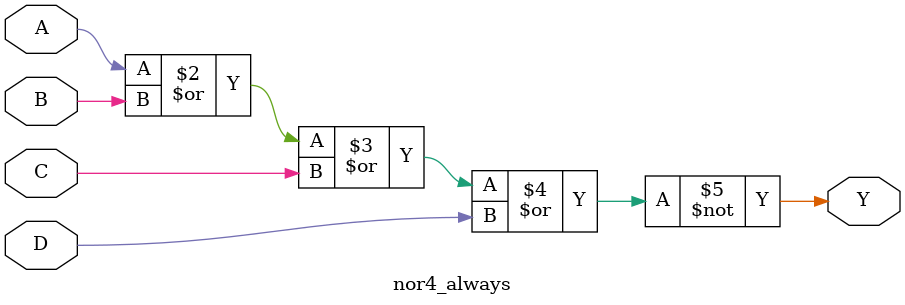
<source format=sv>
module nor4_always (
    input wire A, B, C, D,
    output reg Y
);
    always @(*) begin
        Y = ~(A | B | C | D);  // 在 always 块内处理
    end
endmodule

</source>
